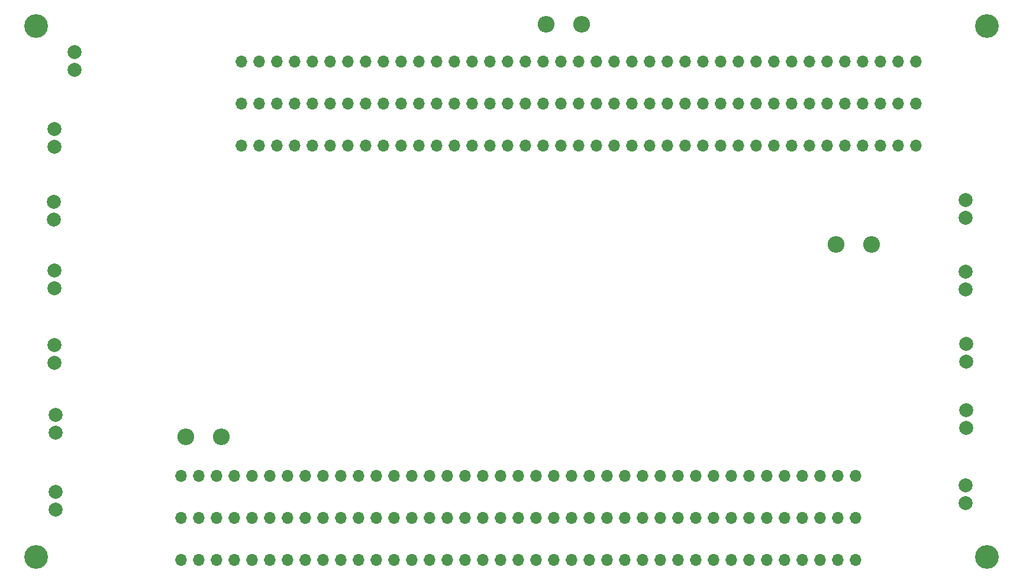
<source format=gbr>
%TF.GenerationSoftware,KiCad,Pcbnew,7.0.7+dfsg-1*%
%TF.CreationDate,2023-11-24T11:24:12-06:00*%
%TF.ProjectId,Power_Dist_Board,506f7765-725f-4446-9973-745f426f6172,rev?*%
%TF.SameCoordinates,Original*%
%TF.FileFunction,Soldermask,Bot*%
%TF.FilePolarity,Negative*%
%FSLAX46Y46*%
G04 Gerber Fmt 4.6, Leading zero omitted, Abs format (unit mm)*
G04 Created by KiCad (PCBNEW 7.0.7+dfsg-1) date 2023-11-24 11:24:12*
%MOMM*%
%LPD*%
G01*
G04 APERTURE LIST*
%ADD10O,1.700000X1.700000*%
%ADD11C,3.400000*%
%ADD12O,2.400000X2.400000*%
%ADD13C,2.000000*%
G04 APERTURE END LIST*
D10*
%TO.C,J5*%
X217920000Y-41080000D03*
X215380000Y-41080000D03*
X212840000Y-41080000D03*
X210300000Y-41080000D03*
X207760000Y-41080000D03*
X205220000Y-41080000D03*
X202680000Y-41080000D03*
X200140000Y-41080000D03*
X197600000Y-41080000D03*
X195060000Y-41080000D03*
X192520000Y-41080000D03*
X189980000Y-41080000D03*
X187440000Y-41080000D03*
X184900000Y-41080000D03*
X182360000Y-41080000D03*
X179820000Y-41080000D03*
X177280000Y-41080000D03*
X174740000Y-41080000D03*
X172200000Y-41080000D03*
X169660000Y-41080000D03*
X167120000Y-41080000D03*
X164580000Y-41080000D03*
X162040000Y-41080000D03*
X159500000Y-41080000D03*
X156960000Y-41080000D03*
X154420000Y-41080000D03*
X151880000Y-41080000D03*
X149340000Y-41080000D03*
X146800000Y-41080000D03*
X144260000Y-41080000D03*
X141720000Y-41080000D03*
X139180000Y-41080000D03*
X136640000Y-41080000D03*
X134100000Y-41080000D03*
X131560000Y-41080000D03*
X129020000Y-41080000D03*
X126480000Y-41080000D03*
X123940000Y-41080000D03*
X121400000Y-41080000D03*
%TD*%
%TO.C,J7*%
X217920000Y-35080000D03*
X215380000Y-35080000D03*
X212840000Y-35080000D03*
X210300000Y-35080000D03*
X207760000Y-35080000D03*
X205220000Y-35080000D03*
X202680000Y-35080000D03*
X200140000Y-35080000D03*
X197600000Y-35080000D03*
X195060000Y-35080000D03*
X192520000Y-35080000D03*
X189980000Y-35080000D03*
X187440000Y-35080000D03*
X184900000Y-35080000D03*
X182360000Y-35080000D03*
X179820000Y-35080000D03*
X177280000Y-35080000D03*
X174740000Y-35080000D03*
X172200000Y-35080000D03*
X169660000Y-35080000D03*
X167120000Y-35080000D03*
X164580000Y-35080000D03*
X162040000Y-35080000D03*
X159500000Y-35080000D03*
X156960000Y-35080000D03*
X154420000Y-35080000D03*
X151880000Y-35080000D03*
X149340000Y-35080000D03*
X146800000Y-35080000D03*
X144260000Y-35080000D03*
X141720000Y-35080000D03*
X139180000Y-35080000D03*
X136640000Y-35080000D03*
X134100000Y-35080000D03*
X131560000Y-35080000D03*
X129020000Y-35080000D03*
X126480000Y-35080000D03*
X123940000Y-35080000D03*
X121400000Y-35080000D03*
%TD*%
%TO.C,J6*%
X209210000Y-94385000D03*
X206670000Y-94385000D03*
X204130000Y-94385000D03*
X201590000Y-94385000D03*
X199050000Y-94385000D03*
X196510000Y-94385000D03*
X193970000Y-94385000D03*
X191430000Y-94385000D03*
X188890000Y-94385000D03*
X186350000Y-94385000D03*
X183810000Y-94385000D03*
X181270000Y-94385000D03*
X178730000Y-94385000D03*
X176190000Y-94385000D03*
X173650000Y-94385000D03*
X171110000Y-94385000D03*
X168570000Y-94385000D03*
X166030000Y-94385000D03*
X163490000Y-94385000D03*
X160950000Y-94385000D03*
X158410000Y-94385000D03*
X155870000Y-94385000D03*
X153330000Y-94385000D03*
X150790000Y-94385000D03*
X148250000Y-94385000D03*
X145710000Y-94385000D03*
X143170000Y-94385000D03*
X140630000Y-94385000D03*
X138090000Y-94385000D03*
X135550000Y-94385000D03*
X133010000Y-94385000D03*
X130470000Y-94385000D03*
X127930000Y-94385000D03*
X125390000Y-94385000D03*
X122850000Y-94385000D03*
X120310000Y-94385000D03*
X117770000Y-94385000D03*
X115230000Y-94385000D03*
X112690000Y-94385000D03*
%TD*%
%TO.C,J3*%
X217920000Y-29080000D03*
X215380000Y-29080000D03*
X212840000Y-29080000D03*
X210300000Y-29080000D03*
X207760000Y-29080000D03*
X205220000Y-29080000D03*
X202680000Y-29080000D03*
X200140000Y-29080000D03*
X197600000Y-29080000D03*
X195060000Y-29080000D03*
X192520000Y-29080000D03*
X189980000Y-29080000D03*
X187440000Y-29080000D03*
X184900000Y-29080000D03*
X182360000Y-29080000D03*
X179820000Y-29080000D03*
X177280000Y-29080000D03*
X174740000Y-29080000D03*
X172200000Y-29080000D03*
X169660000Y-29080000D03*
X167120000Y-29080000D03*
X164580000Y-29080000D03*
X162040000Y-29080000D03*
X159500000Y-29080000D03*
X156960000Y-29080000D03*
X154420000Y-29080000D03*
X151880000Y-29080000D03*
X149340000Y-29080000D03*
X146800000Y-29080000D03*
X144260000Y-29080000D03*
X141720000Y-29080000D03*
X139180000Y-29080000D03*
X136640000Y-29080000D03*
X134100000Y-29080000D03*
X131560000Y-29080000D03*
X129020000Y-29080000D03*
X126480000Y-29080000D03*
X123940000Y-29080000D03*
X121400000Y-29080000D03*
%TD*%
%TO.C,J4*%
X209210000Y-88385000D03*
X206670000Y-88385000D03*
X204130000Y-88385000D03*
X201590000Y-88385000D03*
X199050000Y-88385000D03*
X196510000Y-88385000D03*
X193970000Y-88385000D03*
X191430000Y-88385000D03*
X188890000Y-88385000D03*
X186350000Y-88385000D03*
X183810000Y-88385000D03*
X181270000Y-88385000D03*
X178730000Y-88385000D03*
X176190000Y-88385000D03*
X173650000Y-88385000D03*
X171110000Y-88385000D03*
X168570000Y-88385000D03*
X166030000Y-88385000D03*
X163490000Y-88385000D03*
X160950000Y-88385000D03*
X158410000Y-88385000D03*
X155870000Y-88385000D03*
X153330000Y-88385000D03*
X150790000Y-88385000D03*
X148250000Y-88385000D03*
X145710000Y-88385000D03*
X143170000Y-88385000D03*
X140630000Y-88385000D03*
X138090000Y-88385000D03*
X135550000Y-88385000D03*
X133010000Y-88385000D03*
X130470000Y-88385000D03*
X127930000Y-88385000D03*
X125390000Y-88385000D03*
X122850000Y-88385000D03*
X120310000Y-88385000D03*
X117770000Y-88385000D03*
X115230000Y-88385000D03*
X112690000Y-88385000D03*
%TD*%
%TO.C,J2*%
X209210000Y-100385000D03*
X206670000Y-100385000D03*
X204130000Y-100385000D03*
X201590000Y-100385000D03*
X199050000Y-100385000D03*
X196510000Y-100385000D03*
X193970000Y-100385000D03*
X191430000Y-100385000D03*
X188890000Y-100385000D03*
X186350000Y-100385000D03*
X183810000Y-100385000D03*
X181270000Y-100385000D03*
X178730000Y-100385000D03*
X176190000Y-100385000D03*
X173650000Y-100385000D03*
X171110000Y-100385000D03*
X168570000Y-100385000D03*
X166030000Y-100385000D03*
X163490000Y-100385000D03*
X160950000Y-100385000D03*
X158410000Y-100385000D03*
X155870000Y-100385000D03*
X153330000Y-100385000D03*
X150790000Y-100385000D03*
X148250000Y-100385000D03*
X145710000Y-100385000D03*
X143170000Y-100385000D03*
X140630000Y-100385000D03*
X138090000Y-100385000D03*
X135550000Y-100385000D03*
X133010000Y-100385000D03*
X130470000Y-100385000D03*
X127930000Y-100385000D03*
X125390000Y-100385000D03*
X122850000Y-100385000D03*
X120310000Y-100385000D03*
X117770000Y-100385000D03*
X115230000Y-100385000D03*
X112690000Y-100385000D03*
%TD*%
D11*
%TO.C,REF\u002A\u002A*%
X228000000Y-100000000D03*
%TD*%
D12*
%TO.C,J9*%
X206460000Y-55250000D03*
X211540000Y-55250000D03*
%TD*%
D13*
%TO.C,M3*%
X94781300Y-90608400D03*
X94781300Y-93148400D03*
%TD*%
D12*
%TO.C,J8*%
X164960000Y-23750000D03*
X170040000Y-23750000D03*
%TD*%
D13*
%TO.C,M7*%
X225000000Y-61726450D03*
X225000000Y-59186450D03*
%TD*%
%TO.C,M2*%
X94579300Y-61546500D03*
X94579300Y-59006500D03*
%TD*%
D11*
%TO.C,REF\u002A\u002A*%
X92000000Y-100000000D03*
%TD*%
D13*
%TO.C,M8*%
X225072900Y-72000000D03*
X225072900Y-69460000D03*
%TD*%
%TO.C,M9*%
X225055700Y-81475100D03*
X225055700Y-78935100D03*
%TD*%
D11*
%TO.C,REF\u002A\u002A*%
X228000000Y-24000000D03*
%TD*%
D13*
%TO.C,J1*%
X97500000Y-27710000D03*
X97500000Y-30250000D03*
%TD*%
%TO.C,M6*%
X225000000Y-92290000D03*
X225000000Y-89750000D03*
%TD*%
D12*
%TO.C,J10*%
X113420000Y-82751829D03*
X118500000Y-82751829D03*
%TD*%
D13*
%TO.C,M1*%
X94547300Y-51672400D03*
X94547300Y-49132400D03*
%TD*%
D11*
%TO.C,REF\u002A\u002A*%
X92000000Y-24000000D03*
%TD*%
D13*
%TO.C,M5*%
X225000000Y-51460250D03*
X225000000Y-48920250D03*
%TD*%
%TO.C,SW1*%
X94581250Y-38710000D03*
X94581250Y-41250000D03*
%TD*%
%TO.C,M10*%
X94781300Y-82148400D03*
X94781300Y-79608400D03*
%TD*%
%TO.C,M4*%
X94563300Y-72186900D03*
X94563300Y-69646900D03*
%TD*%
M02*

</source>
